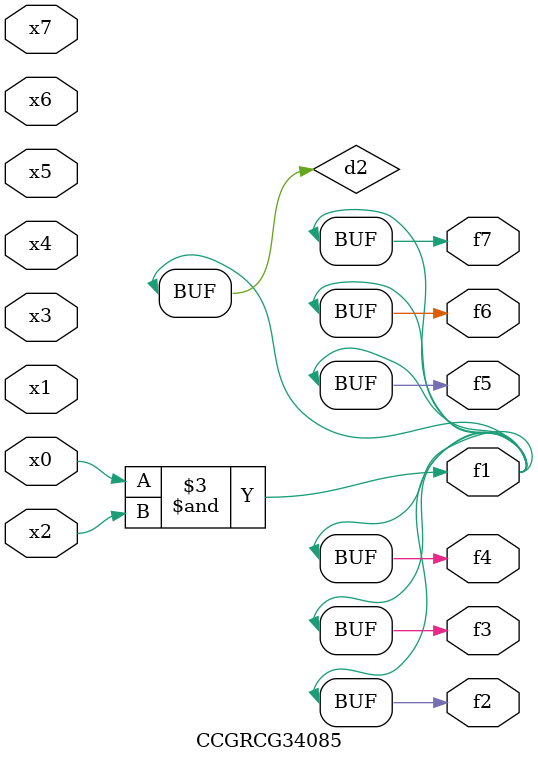
<source format=v>
module CCGRCG34085(
	input x0, x1, x2, x3, x4, x5, x6, x7,
	output f1, f2, f3, f4, f5, f6, f7
);

	wire d1, d2;

	nor (d1, x3, x6);
	and (d2, x0, x2);
	assign f1 = d2;
	assign f2 = d2;
	assign f3 = d2;
	assign f4 = d2;
	assign f5 = d2;
	assign f6 = d2;
	assign f7 = d2;
endmodule

</source>
